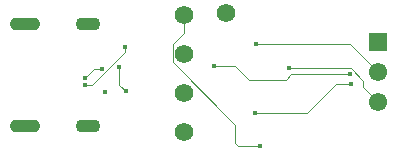
<source format=gbl>
G04*
G04 #@! TF.GenerationSoftware,Altium Limited,Altium Designer,21.2.2 (38)*
G04*
G04 Layer_Physical_Order=4*
G04 Layer_Color=16711680*
%FSLAX25Y25*%
%MOIN*%
G70*
G04*
G04 #@! TF.SameCoordinates,D102F6C4-1F96-4035-BECF-554025CD0FF2*
G04*
G04*
G04 #@! TF.FilePolarity,Positive*
G04*
G01*
G75*
G04:AMPARAMS|DCode=27|XSize=43.31mil|YSize=82.68mil|CornerRadius=21.65mil|HoleSize=0mil|Usage=FLASHONLY|Rotation=270.000|XOffset=0mil|YOffset=0mil|HoleType=Round|Shape=RoundedRectangle|*
%AMROUNDEDRECTD27*
21,1,0.04331,0.03937,0,0,270.0*
21,1,0.00000,0.08268,0,0,270.0*
1,1,0.04331,-0.01968,0.00000*
1,1,0.04331,-0.01968,0.00000*
1,1,0.04331,0.01968,0.00000*
1,1,0.04331,0.01968,0.00000*
%
%ADD27ROUNDEDRECTD27*%
G04:AMPARAMS|DCode=28|XSize=43.31mil|YSize=102.36mil|CornerRadius=21.65mil|HoleSize=0mil|Usage=FLASHONLY|Rotation=270.000|XOffset=0mil|YOffset=0mil|HoleType=Round|Shape=RoundedRectangle|*
%AMROUNDEDRECTD28*
21,1,0.04331,0.05906,0,0,270.0*
21,1,0.00000,0.10236,0,0,270.0*
1,1,0.04331,-0.02953,0.00000*
1,1,0.04331,-0.02953,0.00000*
1,1,0.04331,0.02953,0.00000*
1,1,0.04331,0.02953,0.00000*
%
%ADD28ROUNDEDRECTD28*%
%ADD31C,0.06181*%
%ADD33C,0.00400*%
%ADD34R,0.06102X0.06102*%
%ADD35C,0.06102*%
%ADD36C,0.01772*%
D27*
X29961Y43508D02*
D03*
Y9492D02*
D03*
D28*
X8858Y43508D02*
D03*
Y9492D02*
D03*
D31*
X76000Y47000D02*
D03*
X62000Y33500D02*
D03*
Y7500D02*
D03*
Y20500D02*
D03*
Y46500D02*
D03*
D33*
X79000Y3800D02*
X80000Y2800D01*
X87300D01*
X79000Y3800D02*
Y9859D01*
X58310Y30549D02*
X79000Y9859D01*
X58310Y30549D02*
Y36608D01*
X62000Y40299D01*
Y46500D01*
X40400Y23200D02*
Y29200D01*
Y23200D02*
X42500Y21100D01*
X31405Y23162D02*
X42300Y34057D01*
Y35700D01*
X28801Y23162D02*
X31405D01*
X117648Y28595D02*
X121733Y24510D01*
Y22267D02*
Y24510D01*
Y22267D02*
X126500Y17500D01*
X96767Y28595D02*
X117648D01*
X117350Y36650D02*
X126500Y27500D01*
X85761Y36650D02*
X117350D01*
X71844Y29428D02*
X78972D01*
X83600Y24800D01*
X95800D01*
X97600Y26600D02*
X117400D01*
X95800Y24800D02*
X97600Y26600D01*
X85735Y13602D02*
X102802D01*
X112567Y23367D01*
X117499D01*
X31836Y28500D02*
X34500D01*
X28875Y25539D02*
X31836Y28500D01*
D34*
X126500Y37500D02*
D03*
D35*
Y27500D02*
D03*
Y17500D02*
D03*
D36*
X35678Y20608D02*
D03*
X87300Y2800D02*
D03*
X42500Y21100D02*
D03*
X40400Y29200D02*
D03*
X42300Y35700D02*
D03*
X28801Y23162D02*
D03*
X96767Y28595D02*
D03*
X85761Y36650D02*
D03*
X85735Y13602D02*
D03*
X71844Y29428D02*
D03*
X117499Y23367D02*
D03*
X117400Y26600D02*
D03*
X34500Y28500D02*
D03*
X28875Y25539D02*
D03*
M02*

</source>
